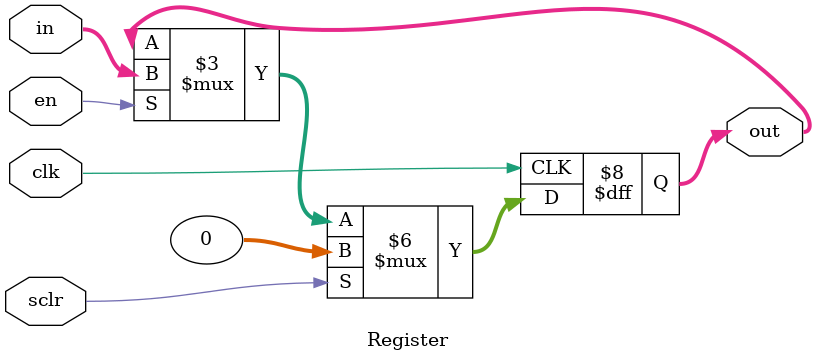
<source format=v>
module Register(
	clk,en,sclr,in,out
	);


	parameter N=32;
	input clk,en,sclr;
	input[N-1:0] in;
	output reg[N-1:0] out={N{1'b0}};

	
	always@(posedge clk)begin
		if(sclr)
		    	out<={N{1'b0}};
		else if(en)
			out<=in;
	end
endmodule

</source>
